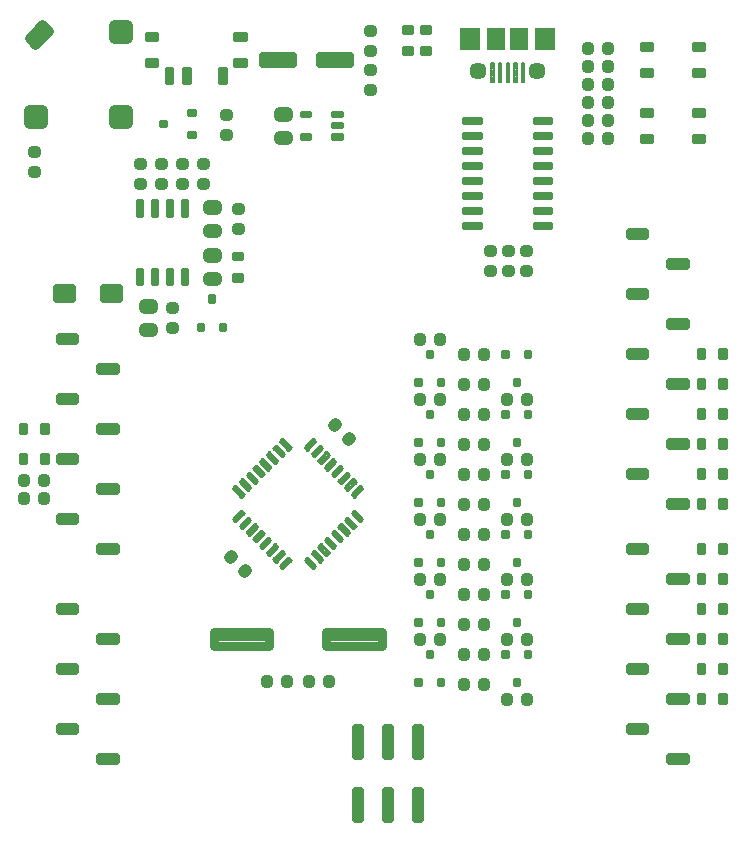
<source format=gtp>
G75*
%MOIN*%
%OFA0B0*%
%FSLAX25Y25*%
%IPPOS*%
%LPD*%
%AMOC8*
5,1,8,0,0,1.08239X$1,22.5*
%
%ADD10C,0.01100*%
%ADD11C,0.02953*%
%ADD12C,0.03937*%
%ADD13C,0.01969*%
%ADD14C,0.01181*%
%ADD15C,0.01575*%
%ADD16C,0.00787*%
%ADD17R,0.05906X0.07480*%
%ADD18R,0.07087X0.07480*%
%ADD19C,0.05700*%
%ADD20C,0.03150*%
%ADD21C,0.01673*%
%ADD22C,0.02559*%
%ADD23C,0.03543*%
%ADD24C,0.01378*%
%ADD25C,0.02520*%
D10*
X0107356Y0175988D02*
X0110112Y0178744D01*
X0107356Y0175988D02*
X0106578Y0176766D01*
X0109334Y0179522D01*
X0110112Y0178744D01*
X0108455Y0177087D02*
X0106899Y0177087D01*
X0107998Y0178186D02*
X0109554Y0178186D01*
X0109571Y0179285D02*
X0109097Y0179285D01*
X0107885Y0180971D02*
X0105129Y0178215D01*
X0104351Y0178993D01*
X0107107Y0181749D01*
X0107885Y0180971D01*
X0106228Y0179314D02*
X0104672Y0179314D01*
X0105771Y0180413D02*
X0107327Y0180413D01*
X0107344Y0181512D02*
X0106870Y0181512D01*
X0105658Y0183198D02*
X0102902Y0180442D01*
X0102124Y0181220D01*
X0104880Y0183976D01*
X0105658Y0183198D01*
X0104001Y0181541D02*
X0102445Y0181541D01*
X0103544Y0182640D02*
X0105100Y0182640D01*
X0105117Y0183739D02*
X0104643Y0183739D01*
X0103430Y0185425D02*
X0100674Y0182669D01*
X0099896Y0183447D01*
X0102652Y0186203D01*
X0103430Y0185425D01*
X0101773Y0183768D02*
X0100217Y0183768D01*
X0101316Y0184867D02*
X0102872Y0184867D01*
X0102889Y0185966D02*
X0102415Y0185966D01*
X0101203Y0187652D02*
X0098447Y0184896D01*
X0097669Y0185674D01*
X0100425Y0188430D01*
X0101203Y0187652D01*
X0099546Y0185995D02*
X0097990Y0185995D01*
X0099089Y0187094D02*
X0100645Y0187094D01*
X0100662Y0188193D02*
X0100188Y0188193D01*
X0098976Y0189880D02*
X0096220Y0187124D01*
X0095442Y0187902D01*
X0098198Y0190658D01*
X0098976Y0189880D01*
X0097319Y0188223D02*
X0095763Y0188223D01*
X0096862Y0189322D02*
X0098418Y0189322D01*
X0098435Y0190421D02*
X0097961Y0190421D01*
X0096749Y0192107D02*
X0093993Y0189351D01*
X0093215Y0190129D01*
X0095971Y0192885D01*
X0096749Y0192107D01*
X0095092Y0190450D02*
X0093536Y0190450D01*
X0094635Y0191549D02*
X0096191Y0191549D01*
X0096208Y0192648D02*
X0095734Y0192648D01*
X0094522Y0194334D02*
X0091766Y0191578D01*
X0090988Y0192356D01*
X0093744Y0195112D01*
X0094522Y0194334D01*
X0092865Y0192677D02*
X0091309Y0192677D01*
X0092408Y0193776D02*
X0093964Y0193776D01*
X0093981Y0194875D02*
X0093507Y0194875D01*
X0093744Y0199888D02*
X0094522Y0200666D01*
X0093744Y0199888D02*
X0090988Y0202644D01*
X0091766Y0203422D01*
X0094522Y0200666D01*
X0094201Y0200987D02*
X0092645Y0200987D01*
X0093102Y0202086D02*
X0091546Y0202086D01*
X0091529Y0203185D02*
X0092003Y0203185D01*
X0095971Y0202115D02*
X0096749Y0202893D01*
X0095971Y0202115D02*
X0093215Y0204871D01*
X0093993Y0205649D01*
X0096749Y0202893D01*
X0096428Y0203214D02*
X0094872Y0203214D01*
X0095329Y0204313D02*
X0093773Y0204313D01*
X0093756Y0205412D02*
X0094230Y0205412D01*
X0098198Y0204342D02*
X0098976Y0205120D01*
X0098198Y0204342D02*
X0095442Y0207098D01*
X0096220Y0207876D01*
X0098976Y0205120D01*
X0098655Y0205441D02*
X0097099Y0205441D01*
X0097556Y0206540D02*
X0096000Y0206540D01*
X0095983Y0207639D02*
X0096457Y0207639D01*
X0100425Y0206570D02*
X0101203Y0207348D01*
X0100425Y0206570D02*
X0097669Y0209326D01*
X0098447Y0210104D01*
X0101203Y0207348D01*
X0100882Y0207669D02*
X0099326Y0207669D01*
X0099783Y0208768D02*
X0098227Y0208768D01*
X0098210Y0209867D02*
X0098684Y0209867D01*
X0102652Y0208797D02*
X0103430Y0209575D01*
X0102652Y0208797D02*
X0099896Y0211553D01*
X0100674Y0212331D01*
X0103430Y0209575D01*
X0103109Y0209896D02*
X0101553Y0209896D01*
X0102010Y0210995D02*
X0100454Y0210995D01*
X0100437Y0212094D02*
X0100911Y0212094D01*
X0104880Y0211024D02*
X0105658Y0211802D01*
X0104880Y0211024D02*
X0102124Y0213780D01*
X0102902Y0214558D01*
X0105658Y0211802D01*
X0105337Y0212123D02*
X0103781Y0212123D01*
X0104238Y0213222D02*
X0102682Y0213222D01*
X0102665Y0214321D02*
X0103139Y0214321D01*
X0107107Y0213251D02*
X0107885Y0214029D01*
X0107107Y0213251D02*
X0104351Y0216007D01*
X0105129Y0216785D01*
X0107885Y0214029D01*
X0107564Y0214350D02*
X0106008Y0214350D01*
X0106465Y0215449D02*
X0104909Y0215449D01*
X0104892Y0216548D02*
X0105366Y0216548D01*
X0109334Y0215478D02*
X0110112Y0216256D01*
X0109334Y0215478D02*
X0106578Y0218234D01*
X0107356Y0219012D01*
X0110112Y0216256D01*
X0109791Y0216577D02*
X0108235Y0216577D01*
X0108692Y0217676D02*
X0107136Y0217676D01*
X0107119Y0218775D02*
X0107593Y0218775D01*
X0115666Y0215478D02*
X0118422Y0218234D01*
X0115666Y0215478D02*
X0114888Y0216256D01*
X0117644Y0219012D01*
X0118422Y0218234D01*
X0116765Y0216577D02*
X0115209Y0216577D01*
X0116308Y0217676D02*
X0117864Y0217676D01*
X0117881Y0218775D02*
X0117407Y0218775D01*
X0120649Y0216007D02*
X0117893Y0213251D01*
X0117115Y0214029D01*
X0119871Y0216785D01*
X0120649Y0216007D01*
X0118992Y0214350D02*
X0117436Y0214350D01*
X0118535Y0215449D02*
X0120091Y0215449D01*
X0120108Y0216548D02*
X0119634Y0216548D01*
X0122876Y0213780D02*
X0120120Y0211024D01*
X0119342Y0211802D01*
X0122098Y0214558D01*
X0122876Y0213780D01*
X0121219Y0212123D02*
X0119663Y0212123D01*
X0120762Y0213222D02*
X0122318Y0213222D01*
X0122335Y0214321D02*
X0121861Y0214321D01*
X0125104Y0211553D02*
X0122348Y0208797D01*
X0121570Y0209575D01*
X0124326Y0212331D01*
X0125104Y0211553D01*
X0123447Y0209896D02*
X0121891Y0209896D01*
X0122990Y0210995D02*
X0124546Y0210995D01*
X0124563Y0212094D02*
X0124089Y0212094D01*
X0127331Y0209326D02*
X0124575Y0206570D01*
X0123797Y0207348D01*
X0126553Y0210104D01*
X0127331Y0209326D01*
X0125674Y0207669D02*
X0124118Y0207669D01*
X0125217Y0208768D02*
X0126773Y0208768D01*
X0126790Y0209867D02*
X0126316Y0209867D01*
X0129558Y0207098D02*
X0126802Y0204342D01*
X0126024Y0205120D01*
X0128780Y0207876D01*
X0129558Y0207098D01*
X0127901Y0205441D02*
X0126345Y0205441D01*
X0127444Y0206540D02*
X0129000Y0206540D01*
X0129017Y0207639D02*
X0128543Y0207639D01*
X0131785Y0204871D02*
X0129029Y0202115D01*
X0128251Y0202893D01*
X0131007Y0205649D01*
X0131785Y0204871D01*
X0130128Y0203214D02*
X0128572Y0203214D01*
X0129671Y0204313D02*
X0131227Y0204313D01*
X0131244Y0205412D02*
X0130770Y0205412D01*
X0134012Y0202644D02*
X0131256Y0199888D01*
X0130478Y0200666D01*
X0133234Y0203422D01*
X0134012Y0202644D01*
X0132355Y0200987D02*
X0130799Y0200987D01*
X0131898Y0202086D02*
X0133454Y0202086D01*
X0133471Y0203185D02*
X0132997Y0203185D01*
X0134012Y0192356D02*
X0133234Y0191578D01*
X0130478Y0194334D01*
X0131256Y0195112D01*
X0134012Y0192356D01*
X0133691Y0192677D02*
X0132135Y0192677D01*
X0132592Y0193776D02*
X0131036Y0193776D01*
X0131019Y0194875D02*
X0131493Y0194875D01*
X0131785Y0190129D02*
X0131007Y0189351D01*
X0128251Y0192107D01*
X0129029Y0192885D01*
X0131785Y0190129D01*
X0131464Y0190450D02*
X0129908Y0190450D01*
X0130365Y0191549D02*
X0128809Y0191549D01*
X0128792Y0192648D02*
X0129266Y0192648D01*
X0129558Y0187902D02*
X0128780Y0187124D01*
X0126024Y0189880D01*
X0126802Y0190658D01*
X0129558Y0187902D01*
X0129237Y0188223D02*
X0127681Y0188223D01*
X0128138Y0189322D02*
X0126582Y0189322D01*
X0126565Y0190421D02*
X0127039Y0190421D01*
X0127331Y0185674D02*
X0126553Y0184896D01*
X0123797Y0187652D01*
X0124575Y0188430D01*
X0127331Y0185674D01*
X0127010Y0185995D02*
X0125454Y0185995D01*
X0125911Y0187094D02*
X0124355Y0187094D01*
X0124338Y0188193D02*
X0124812Y0188193D01*
X0125104Y0183447D02*
X0124326Y0182669D01*
X0121570Y0185425D01*
X0122348Y0186203D01*
X0125104Y0183447D01*
X0124783Y0183768D02*
X0123227Y0183768D01*
X0123684Y0184867D02*
X0122128Y0184867D01*
X0122111Y0185966D02*
X0122585Y0185966D01*
X0122876Y0181220D02*
X0122098Y0180442D01*
X0119342Y0183198D01*
X0120120Y0183976D01*
X0122876Y0181220D01*
X0122555Y0181541D02*
X0120999Y0181541D01*
X0121456Y0182640D02*
X0119900Y0182640D01*
X0119883Y0183739D02*
X0120357Y0183739D01*
X0120649Y0178993D02*
X0119871Y0178215D01*
X0117115Y0180971D01*
X0117893Y0181749D01*
X0120649Y0178993D01*
X0120328Y0179314D02*
X0118772Y0179314D01*
X0119229Y0180413D02*
X0117673Y0180413D01*
X0117656Y0181512D02*
X0118130Y0181512D01*
X0118422Y0176766D02*
X0117644Y0175988D01*
X0114888Y0178744D01*
X0115666Y0179522D01*
X0118422Y0176766D01*
X0118101Y0177087D02*
X0116545Y0177087D01*
X0117002Y0178186D02*
X0115446Y0178186D01*
X0115429Y0179285D02*
X0115903Y0179285D01*
D11*
X0094727Y0174299D02*
X0094031Y0174995D01*
X0095005Y0175969D01*
X0095701Y0175273D01*
X0094727Y0174299D01*
X0089995Y0179031D02*
X0089299Y0179727D01*
X0090273Y0180701D01*
X0090969Y0180005D01*
X0089995Y0179031D01*
X0130201Y0219273D02*
X0129505Y0219969D01*
X0130201Y0219273D02*
X0129227Y0218299D01*
X0128531Y0218995D01*
X0129505Y0219969D01*
X0125469Y0224005D02*
X0124773Y0224701D01*
X0125469Y0224005D02*
X0124495Y0223031D01*
X0123799Y0223727D01*
X0124773Y0224701D01*
X0152662Y0231811D02*
X0153646Y0231811D01*
X0152662Y0231811D02*
X0152662Y0233189D01*
X0153646Y0233189D01*
X0153646Y0231811D01*
X0159354Y0231811D02*
X0160338Y0231811D01*
X0159354Y0231811D02*
X0159354Y0233189D01*
X0160338Y0233189D01*
X0160338Y0231811D01*
X0167162Y0226811D02*
X0168146Y0226811D01*
X0167162Y0226811D02*
X0167162Y0228189D01*
X0168146Y0228189D01*
X0168146Y0226811D01*
X0173854Y0226811D02*
X0174838Y0226811D01*
X0173854Y0226811D02*
X0173854Y0228189D01*
X0174838Y0228189D01*
X0174838Y0226811D01*
X0181662Y0233189D02*
X0182646Y0233189D01*
X0182646Y0231811D01*
X0181662Y0231811D01*
X0181662Y0233189D01*
X0174838Y0238189D02*
X0173854Y0238189D01*
X0174838Y0238189D02*
X0174838Y0236811D01*
X0173854Y0236811D01*
X0173854Y0238189D01*
X0168146Y0238189D02*
X0167162Y0238189D01*
X0168146Y0238189D02*
X0168146Y0236811D01*
X0167162Y0236811D01*
X0167162Y0238189D01*
X0167162Y0246811D02*
X0168146Y0246811D01*
X0167162Y0246811D02*
X0167162Y0248189D01*
X0168146Y0248189D01*
X0168146Y0246811D01*
X0173854Y0246811D02*
X0174838Y0246811D01*
X0173854Y0246811D02*
X0173854Y0248189D01*
X0174838Y0248189D01*
X0174838Y0246811D01*
X0160338Y0251811D02*
X0159354Y0251811D01*
X0159354Y0253189D01*
X0160338Y0253189D01*
X0160338Y0251811D01*
X0153646Y0251811D02*
X0152662Y0251811D01*
X0152662Y0253189D01*
X0153646Y0253189D01*
X0153646Y0251811D01*
X0177189Y0274662D02*
X0177189Y0275646D01*
X0177189Y0274662D02*
X0175811Y0274662D01*
X0175811Y0275646D01*
X0177189Y0275646D01*
X0183189Y0275646D02*
X0183189Y0274662D01*
X0181811Y0274662D01*
X0181811Y0275646D01*
X0183189Y0275646D01*
X0189189Y0275646D02*
X0189189Y0274662D01*
X0187811Y0274662D01*
X0187811Y0275646D01*
X0189189Y0275646D01*
X0189189Y0281354D02*
X0189189Y0282338D01*
X0189189Y0281354D02*
X0187811Y0281354D01*
X0187811Y0282338D01*
X0189189Y0282338D01*
X0183189Y0282338D02*
X0183189Y0281354D01*
X0181811Y0281354D01*
X0181811Y0282338D01*
X0183189Y0282338D01*
X0177189Y0282338D02*
X0177189Y0281354D01*
X0175811Y0281354D01*
X0175811Y0282338D01*
X0177189Y0282338D01*
X0208662Y0318811D02*
X0209646Y0318811D01*
X0208662Y0318811D02*
X0208662Y0320189D01*
X0209646Y0320189D01*
X0209646Y0318811D01*
X0215354Y0318811D02*
X0216338Y0318811D01*
X0215354Y0318811D02*
X0215354Y0320189D01*
X0216338Y0320189D01*
X0216338Y0318811D01*
X0216338Y0326189D02*
X0215354Y0326189D01*
X0216338Y0326189D02*
X0216338Y0324811D01*
X0215354Y0324811D01*
X0215354Y0326189D01*
X0215354Y0330811D02*
X0216338Y0330811D01*
X0215354Y0330811D02*
X0215354Y0332189D01*
X0216338Y0332189D01*
X0216338Y0330811D01*
X0209646Y0330811D02*
X0208662Y0330811D01*
X0208662Y0332189D01*
X0209646Y0332189D01*
X0209646Y0330811D01*
X0209646Y0326189D02*
X0208662Y0326189D01*
X0209646Y0326189D02*
X0209646Y0324811D01*
X0208662Y0324811D01*
X0208662Y0326189D01*
X0208662Y0336811D02*
X0209646Y0336811D01*
X0208662Y0336811D02*
X0208662Y0338189D01*
X0209646Y0338189D01*
X0209646Y0336811D01*
X0215354Y0336811D02*
X0216338Y0336811D01*
X0215354Y0336811D02*
X0215354Y0338189D01*
X0216338Y0338189D01*
X0216338Y0336811D01*
X0216338Y0342811D02*
X0215354Y0342811D01*
X0215354Y0344189D01*
X0216338Y0344189D01*
X0216338Y0342811D01*
X0209646Y0342811D02*
X0208662Y0342811D01*
X0208662Y0344189D01*
X0209646Y0344189D01*
X0209646Y0342811D01*
X0209646Y0350189D02*
X0208662Y0350189D01*
X0209646Y0350189D02*
X0209646Y0348811D01*
X0208662Y0348811D01*
X0208662Y0350189D01*
X0215354Y0350189D02*
X0216338Y0350189D01*
X0216338Y0348811D01*
X0215354Y0348811D01*
X0215354Y0350189D01*
X0135811Y0349146D02*
X0135811Y0348162D01*
X0135811Y0349146D02*
X0137189Y0349146D01*
X0137189Y0348162D01*
X0135811Y0348162D01*
X0135811Y0354854D02*
X0135811Y0355838D01*
X0137189Y0355838D01*
X0137189Y0354854D01*
X0135811Y0354854D01*
X0137189Y0342838D02*
X0137189Y0341854D01*
X0135811Y0341854D01*
X0135811Y0342838D01*
X0137189Y0342838D01*
X0137189Y0336146D02*
X0137189Y0335162D01*
X0135811Y0335162D01*
X0135811Y0336146D01*
X0137189Y0336146D01*
X0089189Y0327838D02*
X0089189Y0326854D01*
X0087811Y0326854D01*
X0087811Y0327838D01*
X0089189Y0327838D01*
X0089189Y0321146D02*
X0089189Y0320162D01*
X0087811Y0320162D01*
X0087811Y0321146D01*
X0089189Y0321146D01*
X0081689Y0311338D02*
X0081689Y0310354D01*
X0080311Y0310354D01*
X0080311Y0311338D01*
X0081689Y0311338D01*
X0074689Y0311338D02*
X0074689Y0310354D01*
X0073311Y0310354D01*
X0073311Y0311338D01*
X0074689Y0311338D01*
X0074689Y0304646D02*
X0074689Y0303662D01*
X0073311Y0303662D01*
X0073311Y0304646D01*
X0074689Y0304646D01*
X0081689Y0304646D02*
X0081689Y0303662D01*
X0080311Y0303662D01*
X0080311Y0304646D01*
X0081689Y0304646D01*
X0091811Y0296338D02*
X0091811Y0295354D01*
X0091811Y0296338D02*
X0093189Y0296338D01*
X0093189Y0295354D01*
X0091811Y0295354D01*
X0091811Y0289646D02*
X0091811Y0288662D01*
X0091811Y0289646D02*
X0093189Y0289646D01*
X0093189Y0288662D01*
X0091811Y0288662D01*
X0067689Y0303662D02*
X0067689Y0304646D01*
X0067689Y0303662D02*
X0066311Y0303662D01*
X0066311Y0304646D01*
X0067689Y0304646D01*
X0067689Y0310354D02*
X0067689Y0311338D01*
X0067689Y0310354D02*
X0066311Y0310354D01*
X0066311Y0311338D01*
X0067689Y0311338D01*
X0059311Y0311338D02*
X0059311Y0310354D01*
X0059311Y0311338D02*
X0060689Y0311338D01*
X0060689Y0310354D01*
X0059311Y0310354D01*
X0059311Y0304646D02*
X0059311Y0303662D01*
X0059311Y0304646D02*
X0060689Y0304646D01*
X0060689Y0303662D01*
X0059311Y0303662D01*
X0023811Y0307662D02*
X0023811Y0308646D01*
X0025189Y0308646D01*
X0025189Y0307662D01*
X0023811Y0307662D01*
X0023811Y0314354D02*
X0023811Y0315338D01*
X0025189Y0315338D01*
X0025189Y0314354D01*
X0023811Y0314354D01*
X0022773Y0352634D02*
X0027366Y0357227D01*
X0029455Y0355138D01*
X0024862Y0350545D01*
X0022773Y0352634D01*
X0023636Y0353497D02*
X0027814Y0353497D01*
X0028144Y0356449D02*
X0026588Y0356449D01*
X0069811Y0263338D02*
X0069811Y0262354D01*
X0069811Y0263338D02*
X0071189Y0263338D01*
X0071189Y0262354D01*
X0069811Y0262354D01*
X0069811Y0256646D02*
X0069811Y0255662D01*
X0069811Y0256646D02*
X0071189Y0256646D01*
X0071189Y0255662D01*
X0069811Y0255662D01*
X0028338Y0204811D02*
X0027354Y0204811D01*
X0027354Y0206189D01*
X0028338Y0206189D01*
X0028338Y0204811D01*
X0021646Y0204811D02*
X0020662Y0204811D01*
X0020662Y0206189D01*
X0021646Y0206189D01*
X0021646Y0204811D01*
X0021646Y0198811D02*
X0020662Y0198811D01*
X0020662Y0200189D01*
X0021646Y0200189D01*
X0021646Y0198811D01*
X0027354Y0198811D02*
X0028338Y0198811D01*
X0027354Y0198811D02*
X0027354Y0200189D01*
X0028338Y0200189D01*
X0028338Y0198811D01*
X0101662Y0137811D02*
X0102646Y0137811D01*
X0101662Y0137811D02*
X0101662Y0139189D01*
X0102646Y0139189D01*
X0102646Y0137811D01*
X0108354Y0137811D02*
X0109338Y0137811D01*
X0108354Y0137811D02*
X0108354Y0139189D01*
X0109338Y0139189D01*
X0109338Y0137811D01*
X0115662Y0139189D02*
X0116646Y0139189D01*
X0116646Y0137811D01*
X0115662Y0137811D01*
X0115662Y0139189D01*
X0122354Y0139189D02*
X0123338Y0139189D01*
X0123338Y0137811D01*
X0122354Y0137811D01*
X0122354Y0139189D01*
X0152662Y0151811D02*
X0153646Y0151811D01*
X0152662Y0151811D02*
X0152662Y0153189D01*
X0153646Y0153189D01*
X0153646Y0151811D01*
X0159354Y0151811D02*
X0160338Y0151811D01*
X0159354Y0151811D02*
X0159354Y0153189D01*
X0160338Y0153189D01*
X0160338Y0151811D01*
X0167162Y0146811D02*
X0168146Y0146811D01*
X0167162Y0146811D02*
X0167162Y0148189D01*
X0168146Y0148189D01*
X0168146Y0146811D01*
X0173854Y0146811D02*
X0174838Y0146811D01*
X0173854Y0146811D02*
X0173854Y0148189D01*
X0174838Y0148189D01*
X0174838Y0146811D01*
X0181662Y0153189D02*
X0182646Y0153189D01*
X0182646Y0151811D01*
X0181662Y0151811D01*
X0181662Y0153189D01*
X0174838Y0158189D02*
X0173854Y0158189D01*
X0174838Y0158189D02*
X0174838Y0156811D01*
X0173854Y0156811D01*
X0173854Y0158189D01*
X0168146Y0158189D02*
X0167162Y0158189D01*
X0168146Y0158189D02*
X0168146Y0156811D01*
X0167162Y0156811D01*
X0167162Y0158189D01*
X0167162Y0166811D02*
X0168146Y0166811D01*
X0167162Y0166811D02*
X0167162Y0168189D01*
X0168146Y0168189D01*
X0168146Y0166811D01*
X0173854Y0166811D02*
X0174838Y0166811D01*
X0173854Y0166811D02*
X0173854Y0168189D01*
X0174838Y0168189D01*
X0174838Y0166811D01*
X0181662Y0173189D02*
X0182646Y0173189D01*
X0182646Y0171811D01*
X0181662Y0171811D01*
X0181662Y0173189D01*
X0174838Y0178189D02*
X0173854Y0178189D01*
X0174838Y0178189D02*
X0174838Y0176811D01*
X0173854Y0176811D01*
X0173854Y0178189D01*
X0168146Y0178189D02*
X0167162Y0178189D01*
X0168146Y0178189D02*
X0168146Y0176811D01*
X0167162Y0176811D01*
X0167162Y0178189D01*
X0160338Y0171811D02*
X0159354Y0171811D01*
X0159354Y0173189D01*
X0160338Y0173189D01*
X0160338Y0171811D01*
X0153646Y0171811D02*
X0152662Y0171811D01*
X0152662Y0173189D01*
X0153646Y0173189D01*
X0153646Y0171811D01*
X0167162Y0186811D02*
X0168146Y0186811D01*
X0167162Y0186811D02*
X0167162Y0188189D01*
X0168146Y0188189D01*
X0168146Y0186811D01*
X0173854Y0186811D02*
X0174838Y0186811D01*
X0173854Y0186811D02*
X0173854Y0188189D01*
X0174838Y0188189D01*
X0174838Y0186811D01*
X0181662Y0193189D02*
X0182646Y0193189D01*
X0182646Y0191811D01*
X0181662Y0191811D01*
X0181662Y0193189D01*
X0174838Y0198189D02*
X0173854Y0198189D01*
X0174838Y0198189D02*
X0174838Y0196811D01*
X0173854Y0196811D01*
X0173854Y0198189D01*
X0168146Y0198189D02*
X0167162Y0198189D01*
X0168146Y0198189D02*
X0168146Y0196811D01*
X0167162Y0196811D01*
X0167162Y0198189D01*
X0160338Y0191811D02*
X0159354Y0191811D01*
X0159354Y0193189D01*
X0160338Y0193189D01*
X0160338Y0191811D01*
X0153646Y0191811D02*
X0152662Y0191811D01*
X0152662Y0193189D01*
X0153646Y0193189D01*
X0153646Y0191811D01*
X0167162Y0206811D02*
X0168146Y0206811D01*
X0167162Y0206811D02*
X0167162Y0208189D01*
X0168146Y0208189D01*
X0168146Y0206811D01*
X0173854Y0206811D02*
X0174838Y0206811D01*
X0173854Y0206811D02*
X0173854Y0208189D01*
X0174838Y0208189D01*
X0174838Y0206811D01*
X0181662Y0213189D02*
X0182646Y0213189D01*
X0182646Y0211811D01*
X0181662Y0211811D01*
X0181662Y0213189D01*
X0174838Y0218189D02*
X0173854Y0218189D01*
X0174838Y0218189D02*
X0174838Y0216811D01*
X0173854Y0216811D01*
X0173854Y0218189D01*
X0168146Y0218189D02*
X0167162Y0218189D01*
X0168146Y0218189D02*
X0168146Y0216811D01*
X0167162Y0216811D01*
X0167162Y0218189D01*
X0160338Y0211811D02*
X0159354Y0211811D01*
X0159354Y0213189D01*
X0160338Y0213189D01*
X0160338Y0211811D01*
X0153646Y0211811D02*
X0152662Y0211811D01*
X0152662Y0213189D01*
X0153646Y0213189D01*
X0153646Y0211811D01*
X0188354Y0213189D02*
X0189338Y0213189D01*
X0189338Y0211811D01*
X0188354Y0211811D01*
X0188354Y0213189D01*
X0188354Y0233189D02*
X0189338Y0233189D01*
X0189338Y0231811D01*
X0188354Y0231811D01*
X0188354Y0233189D01*
X0188354Y0193189D02*
X0189338Y0193189D01*
X0189338Y0191811D01*
X0188354Y0191811D01*
X0188354Y0193189D01*
X0188354Y0173189D02*
X0189338Y0173189D01*
X0189338Y0171811D01*
X0188354Y0171811D01*
X0188354Y0173189D01*
X0188354Y0153189D02*
X0189338Y0153189D01*
X0189338Y0151811D01*
X0188354Y0151811D01*
X0188354Y0153189D01*
X0174838Y0138189D02*
X0173854Y0138189D01*
X0174838Y0138189D02*
X0174838Y0136811D01*
X0173854Y0136811D01*
X0173854Y0138189D01*
X0168146Y0138189D02*
X0167162Y0138189D01*
X0168146Y0138189D02*
X0168146Y0136811D01*
X0167162Y0136811D01*
X0167162Y0138189D01*
X0181662Y0133189D02*
X0182646Y0133189D01*
X0182646Y0131811D01*
X0181662Y0131811D01*
X0181662Y0133189D01*
X0188354Y0133189D02*
X0189338Y0133189D01*
X0189338Y0131811D01*
X0188354Y0131811D01*
X0188354Y0133189D01*
D12*
X0055642Y0324358D02*
X0055642Y0328296D01*
X0055642Y0324358D02*
X0051704Y0324358D01*
X0051704Y0328296D01*
X0055642Y0328296D01*
X0055642Y0328294D02*
X0051704Y0328294D01*
X0027296Y0328296D02*
X0027296Y0324358D01*
X0023358Y0324358D01*
X0023358Y0328296D01*
X0027296Y0328296D01*
X0027296Y0328294D02*
X0023358Y0328294D01*
X0055642Y0352704D02*
X0055642Y0356642D01*
X0055642Y0352704D02*
X0051704Y0352704D01*
X0051704Y0356642D01*
X0055642Y0356642D01*
X0055642Y0356640D02*
X0051704Y0356640D01*
D13*
X0131516Y0101909D02*
X0131516Y0092067D01*
X0131516Y0101909D02*
X0133484Y0101909D01*
X0133484Y0092067D01*
X0131516Y0092067D01*
X0131516Y0094035D02*
X0133484Y0094035D01*
X0133484Y0096003D02*
X0131516Y0096003D01*
X0131516Y0097971D02*
X0133484Y0097971D01*
X0133484Y0099939D02*
X0131516Y0099939D01*
X0131516Y0101907D02*
X0133484Y0101907D01*
X0141516Y0101909D02*
X0141516Y0092067D01*
X0141516Y0101909D02*
X0143484Y0101909D01*
X0143484Y0092067D01*
X0141516Y0092067D01*
X0141516Y0094035D02*
X0143484Y0094035D01*
X0143484Y0096003D02*
X0141516Y0096003D01*
X0141516Y0097971D02*
X0143484Y0097971D01*
X0143484Y0099939D02*
X0141516Y0099939D01*
X0141516Y0101907D02*
X0143484Y0101907D01*
X0151516Y0101909D02*
X0151516Y0092067D01*
X0151516Y0101909D02*
X0153484Y0101909D01*
X0153484Y0092067D01*
X0151516Y0092067D01*
X0151516Y0094035D02*
X0153484Y0094035D01*
X0153484Y0096003D02*
X0151516Y0096003D01*
X0151516Y0097971D02*
X0153484Y0097971D01*
X0153484Y0099939D02*
X0151516Y0099939D01*
X0151516Y0101907D02*
X0153484Y0101907D01*
X0151516Y0113091D02*
X0151516Y0122933D01*
X0153484Y0122933D01*
X0153484Y0113091D01*
X0151516Y0113091D01*
X0151516Y0115059D02*
X0153484Y0115059D01*
X0153484Y0117027D02*
X0151516Y0117027D01*
X0151516Y0118995D02*
X0153484Y0118995D01*
X0153484Y0120963D02*
X0151516Y0120963D01*
X0151516Y0122931D02*
X0153484Y0122931D01*
X0141516Y0122933D02*
X0141516Y0113091D01*
X0141516Y0122933D02*
X0143484Y0122933D01*
X0143484Y0113091D01*
X0141516Y0113091D01*
X0141516Y0115059D02*
X0143484Y0115059D01*
X0143484Y0117027D02*
X0141516Y0117027D01*
X0141516Y0118995D02*
X0143484Y0118995D01*
X0143484Y0120963D02*
X0141516Y0120963D01*
X0141516Y0122931D02*
X0143484Y0122931D01*
X0131516Y0122933D02*
X0131516Y0113091D01*
X0131516Y0122933D02*
X0133484Y0122933D01*
X0133484Y0113091D01*
X0131516Y0113091D01*
X0131516Y0115059D02*
X0133484Y0115059D01*
X0133484Y0117027D02*
X0131516Y0117027D01*
X0131516Y0118995D02*
X0133484Y0118995D01*
X0133484Y0120963D02*
X0131516Y0120963D01*
X0131516Y0122931D02*
X0133484Y0122931D01*
X0052146Y0131516D02*
X0046240Y0131516D01*
X0046240Y0133484D01*
X0052146Y0133484D01*
X0052146Y0131516D01*
X0052146Y0133484D02*
X0046240Y0133484D01*
X0038760Y0141516D02*
X0032854Y0141516D01*
X0032854Y0143484D01*
X0038760Y0143484D01*
X0038760Y0141516D01*
X0038760Y0143484D02*
X0032854Y0143484D01*
X0046240Y0151516D02*
X0052146Y0151516D01*
X0046240Y0151516D02*
X0046240Y0153484D01*
X0052146Y0153484D01*
X0052146Y0151516D01*
X0052146Y0153484D02*
X0046240Y0153484D01*
X0038760Y0161516D02*
X0032854Y0161516D01*
X0032854Y0163484D01*
X0038760Y0163484D01*
X0038760Y0161516D01*
X0038760Y0163484D02*
X0032854Y0163484D01*
X0046240Y0181516D02*
X0052146Y0181516D01*
X0046240Y0181516D02*
X0046240Y0183484D01*
X0052146Y0183484D01*
X0052146Y0181516D01*
X0052146Y0183484D02*
X0046240Y0183484D01*
X0038760Y0191516D02*
X0032854Y0191516D01*
X0032854Y0193484D01*
X0038760Y0193484D01*
X0038760Y0191516D01*
X0038760Y0193484D02*
X0032854Y0193484D01*
X0046240Y0201516D02*
X0052146Y0201516D01*
X0046240Y0201516D02*
X0046240Y0203484D01*
X0052146Y0203484D01*
X0052146Y0201516D01*
X0052146Y0203484D02*
X0046240Y0203484D01*
X0038760Y0211516D02*
X0032854Y0211516D01*
X0032854Y0213484D01*
X0038760Y0213484D01*
X0038760Y0211516D01*
X0038760Y0213484D02*
X0032854Y0213484D01*
X0046240Y0221516D02*
X0052146Y0221516D01*
X0046240Y0221516D02*
X0046240Y0223484D01*
X0052146Y0223484D01*
X0052146Y0221516D01*
X0052146Y0223484D02*
X0046240Y0223484D01*
X0038760Y0231516D02*
X0032854Y0231516D01*
X0032854Y0233484D01*
X0038760Y0233484D01*
X0038760Y0231516D01*
X0038760Y0233484D02*
X0032854Y0233484D01*
X0046240Y0241516D02*
X0052146Y0241516D01*
X0046240Y0241516D02*
X0046240Y0243484D01*
X0052146Y0243484D01*
X0052146Y0241516D01*
X0052146Y0243484D02*
X0046240Y0243484D01*
X0038760Y0251516D02*
X0032854Y0251516D01*
X0032854Y0253484D01*
X0038760Y0253484D01*
X0038760Y0251516D01*
X0038760Y0253484D02*
X0032854Y0253484D01*
X0032854Y0121516D02*
X0038760Y0121516D01*
X0032854Y0121516D02*
X0032854Y0123484D01*
X0038760Y0123484D01*
X0038760Y0121516D01*
X0038760Y0123484D02*
X0032854Y0123484D01*
X0046240Y0111516D02*
X0052146Y0111516D01*
X0046240Y0111516D02*
X0046240Y0113484D01*
X0052146Y0113484D01*
X0052146Y0111516D01*
X0052146Y0113484D02*
X0046240Y0113484D01*
X0222854Y0121516D02*
X0228760Y0121516D01*
X0222854Y0121516D02*
X0222854Y0123484D01*
X0228760Y0123484D01*
X0228760Y0121516D01*
X0228760Y0123484D02*
X0222854Y0123484D01*
X0236240Y0131516D02*
X0242146Y0131516D01*
X0236240Y0131516D02*
X0236240Y0133484D01*
X0242146Y0133484D01*
X0242146Y0131516D01*
X0242146Y0133484D02*
X0236240Y0133484D01*
X0228760Y0141516D02*
X0222854Y0141516D01*
X0222854Y0143484D01*
X0228760Y0143484D01*
X0228760Y0141516D01*
X0228760Y0143484D02*
X0222854Y0143484D01*
X0236240Y0151516D02*
X0242146Y0151516D01*
X0236240Y0151516D02*
X0236240Y0153484D01*
X0242146Y0153484D01*
X0242146Y0151516D01*
X0242146Y0153484D02*
X0236240Y0153484D01*
X0228760Y0161516D02*
X0222854Y0161516D01*
X0222854Y0163484D01*
X0228760Y0163484D01*
X0228760Y0161516D01*
X0228760Y0163484D02*
X0222854Y0163484D01*
X0236240Y0171516D02*
X0242146Y0171516D01*
X0236240Y0171516D02*
X0236240Y0173484D01*
X0242146Y0173484D01*
X0242146Y0171516D01*
X0242146Y0173484D02*
X0236240Y0173484D01*
X0228760Y0181516D02*
X0222854Y0181516D01*
X0222854Y0183484D01*
X0228760Y0183484D01*
X0228760Y0181516D01*
X0228760Y0183484D02*
X0222854Y0183484D01*
X0236240Y0196516D02*
X0242146Y0196516D01*
X0236240Y0196516D02*
X0236240Y0198484D01*
X0242146Y0198484D01*
X0242146Y0196516D01*
X0242146Y0198484D02*
X0236240Y0198484D01*
X0228760Y0206516D02*
X0222854Y0206516D01*
X0222854Y0208484D01*
X0228760Y0208484D01*
X0228760Y0206516D01*
X0228760Y0208484D02*
X0222854Y0208484D01*
X0236240Y0216516D02*
X0242146Y0216516D01*
X0236240Y0216516D02*
X0236240Y0218484D01*
X0242146Y0218484D01*
X0242146Y0216516D01*
X0242146Y0218484D02*
X0236240Y0218484D01*
X0228760Y0226516D02*
X0222854Y0226516D01*
X0222854Y0228484D01*
X0228760Y0228484D01*
X0228760Y0226516D01*
X0228760Y0228484D02*
X0222854Y0228484D01*
X0236240Y0236516D02*
X0242146Y0236516D01*
X0236240Y0236516D02*
X0236240Y0238484D01*
X0242146Y0238484D01*
X0242146Y0236516D01*
X0242146Y0238484D02*
X0236240Y0238484D01*
X0228760Y0246516D02*
X0222854Y0246516D01*
X0222854Y0248484D01*
X0228760Y0248484D01*
X0228760Y0246516D01*
X0228760Y0248484D02*
X0222854Y0248484D01*
X0236240Y0256516D02*
X0242146Y0256516D01*
X0236240Y0256516D02*
X0236240Y0258484D01*
X0242146Y0258484D01*
X0242146Y0256516D01*
X0242146Y0258484D02*
X0236240Y0258484D01*
X0228760Y0266516D02*
X0222854Y0266516D01*
X0222854Y0268484D01*
X0228760Y0268484D01*
X0228760Y0266516D01*
X0228760Y0268484D02*
X0222854Y0268484D01*
X0236240Y0276516D02*
X0242146Y0276516D01*
X0236240Y0276516D02*
X0236240Y0278484D01*
X0242146Y0278484D01*
X0242146Y0276516D01*
X0242146Y0278484D02*
X0236240Y0278484D01*
X0228760Y0286516D02*
X0222854Y0286516D01*
X0222854Y0288484D01*
X0228760Y0288484D01*
X0228760Y0286516D01*
X0228760Y0288484D02*
X0222854Y0288484D01*
X0236240Y0111516D02*
X0242146Y0111516D01*
X0236240Y0111516D02*
X0236240Y0113484D01*
X0242146Y0113484D01*
X0242146Y0111516D01*
X0242146Y0113484D02*
X0236240Y0113484D01*
D14*
X0075591Y0270720D02*
X0074409Y0270720D01*
X0074409Y0275446D01*
X0075591Y0275446D01*
X0075591Y0270720D01*
X0075591Y0271900D02*
X0074409Y0271900D01*
X0074409Y0273080D02*
X0075591Y0273080D01*
X0075591Y0274260D02*
X0074409Y0274260D01*
X0074409Y0275440D02*
X0075591Y0275440D01*
X0070591Y0270720D02*
X0069409Y0270720D01*
X0069409Y0275446D01*
X0070591Y0275446D01*
X0070591Y0270720D01*
X0070591Y0271900D02*
X0069409Y0271900D01*
X0069409Y0273080D02*
X0070591Y0273080D01*
X0070591Y0274260D02*
X0069409Y0274260D01*
X0069409Y0275440D02*
X0070591Y0275440D01*
X0065591Y0270720D02*
X0064409Y0270720D01*
X0064409Y0275446D01*
X0065591Y0275446D01*
X0065591Y0270720D01*
X0065591Y0271900D02*
X0064409Y0271900D01*
X0064409Y0273080D02*
X0065591Y0273080D01*
X0065591Y0274260D02*
X0064409Y0274260D01*
X0064409Y0275440D02*
X0065591Y0275440D01*
X0060591Y0270720D02*
X0059409Y0270720D01*
X0059409Y0275446D01*
X0060591Y0275446D01*
X0060591Y0270720D01*
X0060591Y0271900D02*
X0059409Y0271900D01*
X0059409Y0273080D02*
X0060591Y0273080D01*
X0060591Y0274260D02*
X0059409Y0274260D01*
X0059409Y0275440D02*
X0060591Y0275440D01*
X0060591Y0293554D02*
X0059409Y0293554D01*
X0059409Y0298280D01*
X0060591Y0298280D01*
X0060591Y0293554D01*
X0060591Y0294734D02*
X0059409Y0294734D01*
X0059409Y0295914D02*
X0060591Y0295914D01*
X0060591Y0297094D02*
X0059409Y0297094D01*
X0059409Y0298274D02*
X0060591Y0298274D01*
X0064409Y0293554D02*
X0065591Y0293554D01*
X0064409Y0293554D02*
X0064409Y0298280D01*
X0065591Y0298280D01*
X0065591Y0293554D01*
X0065591Y0294734D02*
X0064409Y0294734D01*
X0064409Y0295914D02*
X0065591Y0295914D01*
X0065591Y0297094D02*
X0064409Y0297094D01*
X0064409Y0298274D02*
X0065591Y0298274D01*
X0069409Y0293554D02*
X0070591Y0293554D01*
X0069409Y0293554D02*
X0069409Y0298280D01*
X0070591Y0298280D01*
X0070591Y0293554D01*
X0070591Y0294734D02*
X0069409Y0294734D01*
X0069409Y0295914D02*
X0070591Y0295914D01*
X0070591Y0297094D02*
X0069409Y0297094D01*
X0069409Y0298274D02*
X0070591Y0298274D01*
X0074409Y0293554D02*
X0075591Y0293554D01*
X0074409Y0293554D02*
X0074409Y0298280D01*
X0075591Y0298280D01*
X0075591Y0293554D01*
X0075591Y0294734D02*
X0074409Y0294734D01*
X0074409Y0295914D02*
X0075591Y0295914D01*
X0075591Y0297094D02*
X0074409Y0297094D01*
X0074409Y0298274D02*
X0075591Y0298274D01*
X0116563Y0319169D02*
X0116563Y0320351D01*
X0116563Y0319169D02*
X0113807Y0319169D01*
X0113807Y0320351D01*
X0116563Y0320351D01*
X0116563Y0320349D02*
X0113807Y0320349D01*
X0116563Y0326649D02*
X0116563Y0327831D01*
X0116563Y0326649D02*
X0113807Y0326649D01*
X0113807Y0327831D01*
X0116563Y0327831D01*
X0116563Y0327829D02*
X0113807Y0327829D01*
X0127193Y0327831D02*
X0127193Y0326649D01*
X0124437Y0326649D01*
X0124437Y0327831D01*
X0127193Y0327831D01*
X0127193Y0327829D02*
X0124437Y0327829D01*
X0127193Y0324091D02*
X0127193Y0322909D01*
X0124437Y0322909D01*
X0124437Y0324091D01*
X0127193Y0324091D01*
X0127193Y0324089D02*
X0124437Y0324089D01*
X0127193Y0320351D02*
X0127193Y0319169D01*
X0124437Y0319169D01*
X0124437Y0320351D01*
X0127193Y0320351D01*
X0127193Y0320349D02*
X0124437Y0320349D01*
X0167933Y0320591D02*
X0167933Y0319409D01*
X0167933Y0320591D02*
X0173445Y0320591D01*
X0173445Y0319409D01*
X0167933Y0319409D01*
X0167933Y0320589D02*
X0173445Y0320589D01*
X0167933Y0324409D02*
X0167933Y0325591D01*
X0173445Y0325591D01*
X0173445Y0324409D01*
X0167933Y0324409D01*
X0167933Y0325589D02*
X0173445Y0325589D01*
X0167933Y0315591D02*
X0167933Y0314409D01*
X0167933Y0315591D02*
X0173445Y0315591D01*
X0173445Y0314409D01*
X0167933Y0314409D01*
X0167933Y0315589D02*
X0173445Y0315589D01*
X0167933Y0310591D02*
X0167933Y0309409D01*
X0167933Y0310591D02*
X0173445Y0310591D01*
X0173445Y0309409D01*
X0167933Y0309409D01*
X0167933Y0310589D02*
X0173445Y0310589D01*
X0167933Y0305591D02*
X0167933Y0304409D01*
X0167933Y0305591D02*
X0173445Y0305591D01*
X0173445Y0304409D01*
X0167933Y0304409D01*
X0167933Y0305589D02*
X0173445Y0305589D01*
X0167933Y0300591D02*
X0167933Y0299409D01*
X0167933Y0300591D02*
X0173445Y0300591D01*
X0173445Y0299409D01*
X0167933Y0299409D01*
X0167933Y0300589D02*
X0173445Y0300589D01*
X0167933Y0295591D02*
X0167933Y0294409D01*
X0167933Y0295591D02*
X0173445Y0295591D01*
X0173445Y0294409D01*
X0167933Y0294409D01*
X0167933Y0295589D02*
X0173445Y0295589D01*
X0167933Y0290591D02*
X0167933Y0289409D01*
X0167933Y0290591D02*
X0173445Y0290591D01*
X0173445Y0289409D01*
X0167933Y0289409D01*
X0167933Y0290589D02*
X0173445Y0290589D01*
X0191555Y0290591D02*
X0191555Y0289409D01*
X0191555Y0290591D02*
X0197067Y0290591D01*
X0197067Y0289409D01*
X0191555Y0289409D01*
X0191555Y0290589D02*
X0197067Y0290589D01*
X0191555Y0294409D02*
X0191555Y0295591D01*
X0197067Y0295591D01*
X0197067Y0294409D01*
X0191555Y0294409D01*
X0191555Y0295589D02*
X0197067Y0295589D01*
X0191555Y0299409D02*
X0191555Y0300591D01*
X0197067Y0300591D01*
X0197067Y0299409D01*
X0191555Y0299409D01*
X0191555Y0300589D02*
X0197067Y0300589D01*
X0191555Y0304409D02*
X0191555Y0305591D01*
X0197067Y0305591D01*
X0197067Y0304409D01*
X0191555Y0304409D01*
X0191555Y0305589D02*
X0197067Y0305589D01*
X0191555Y0309409D02*
X0191555Y0310591D01*
X0197067Y0310591D01*
X0197067Y0309409D01*
X0191555Y0309409D01*
X0191555Y0310589D02*
X0197067Y0310589D01*
X0191555Y0314409D02*
X0191555Y0315591D01*
X0197067Y0315591D01*
X0197067Y0314409D01*
X0191555Y0314409D01*
X0191555Y0315589D02*
X0197067Y0315589D01*
X0191555Y0319409D02*
X0191555Y0320591D01*
X0197067Y0320591D01*
X0197067Y0319409D01*
X0191555Y0319409D01*
X0191555Y0320589D02*
X0197067Y0320589D01*
X0191555Y0324409D02*
X0191555Y0325591D01*
X0197067Y0325591D01*
X0197067Y0324409D01*
X0191555Y0324409D01*
X0191555Y0325589D02*
X0197067Y0325589D01*
D15*
X0153819Y0347669D02*
X0153819Y0349245D01*
X0156181Y0349245D01*
X0156181Y0347669D01*
X0153819Y0347669D01*
X0153819Y0349243D02*
X0156181Y0349243D01*
X0153819Y0354755D02*
X0153819Y0356331D01*
X0156181Y0356331D01*
X0156181Y0354755D01*
X0153819Y0354755D01*
X0153819Y0356329D02*
X0156181Y0356329D01*
X0147819Y0356331D02*
X0147819Y0354755D01*
X0147819Y0356331D02*
X0150181Y0356331D01*
X0150181Y0354755D01*
X0147819Y0354755D01*
X0147819Y0356329D02*
X0150181Y0356329D01*
X0147819Y0349245D02*
X0147819Y0347669D01*
X0147819Y0349245D02*
X0150181Y0349245D01*
X0150181Y0347669D01*
X0147819Y0347669D01*
X0147819Y0349243D02*
X0150181Y0349243D01*
X0094839Y0354119D02*
X0091689Y0354119D01*
X0094839Y0354119D02*
X0094839Y0352543D01*
X0091689Y0352543D01*
X0091689Y0354119D01*
X0091689Y0354117D02*
X0094839Y0354117D01*
X0094839Y0345457D02*
X0091689Y0345457D01*
X0094839Y0345457D02*
X0094839Y0343881D01*
X0091689Y0343881D01*
X0091689Y0345457D01*
X0091689Y0345455D02*
X0094839Y0345455D01*
X0086570Y0342308D02*
X0086570Y0337976D01*
X0086570Y0342308D02*
X0088146Y0342308D01*
X0088146Y0337976D01*
X0086570Y0337976D01*
X0086570Y0339550D02*
X0088146Y0339550D01*
X0088146Y0341124D02*
X0086570Y0341124D01*
X0074759Y0342308D02*
X0074759Y0337976D01*
X0074759Y0342308D02*
X0076335Y0342308D01*
X0076335Y0337976D01*
X0074759Y0337976D01*
X0074759Y0339550D02*
X0076335Y0339550D01*
X0076335Y0341124D02*
X0074759Y0341124D01*
X0068854Y0342308D02*
X0068854Y0337976D01*
X0068854Y0342308D02*
X0070430Y0342308D01*
X0070430Y0337976D01*
X0068854Y0337976D01*
X0068854Y0339550D02*
X0070430Y0339550D01*
X0070430Y0341124D02*
X0068854Y0341124D01*
X0065311Y0345457D02*
X0062161Y0345457D01*
X0065311Y0345457D02*
X0065311Y0343881D01*
X0062161Y0343881D01*
X0062161Y0345457D01*
X0062161Y0345455D02*
X0065311Y0345455D01*
X0065311Y0354119D02*
X0062161Y0354119D01*
X0065311Y0354119D02*
X0065311Y0352543D01*
X0062161Y0352543D01*
X0062161Y0354119D01*
X0062161Y0354117D02*
X0065311Y0354117D01*
X0093681Y0280831D02*
X0093681Y0279255D01*
X0091319Y0279255D01*
X0091319Y0280831D01*
X0093681Y0280831D01*
X0093681Y0280829D02*
X0091319Y0280829D01*
X0093681Y0273745D02*
X0093681Y0272169D01*
X0091319Y0272169D01*
X0091319Y0273745D01*
X0093681Y0273745D01*
X0093681Y0273743D02*
X0091319Y0273743D01*
X0028831Y0223681D02*
X0027255Y0223681D01*
X0028831Y0223681D02*
X0028831Y0221319D01*
X0027255Y0221319D01*
X0027255Y0223681D01*
X0027255Y0222893D02*
X0028831Y0222893D01*
X0021745Y0223681D02*
X0020169Y0223681D01*
X0021745Y0223681D02*
X0021745Y0221319D01*
X0020169Y0221319D01*
X0020169Y0223681D01*
X0020169Y0222893D02*
X0021745Y0222893D01*
X0021745Y0213681D02*
X0020169Y0213681D01*
X0021745Y0213681D02*
X0021745Y0211319D01*
X0020169Y0211319D01*
X0020169Y0213681D01*
X0020169Y0212893D02*
X0021745Y0212893D01*
X0027255Y0213681D02*
X0028831Y0213681D01*
X0028831Y0211319D01*
X0027255Y0211319D01*
X0027255Y0213681D01*
X0027255Y0212893D02*
X0028831Y0212893D01*
X0246169Y0218681D02*
X0247745Y0218681D01*
X0247745Y0216319D01*
X0246169Y0216319D01*
X0246169Y0218681D01*
X0246169Y0217893D02*
X0247745Y0217893D01*
X0253255Y0218681D02*
X0254831Y0218681D01*
X0254831Y0216319D01*
X0253255Y0216319D01*
X0253255Y0218681D01*
X0253255Y0217893D02*
X0254831Y0217893D01*
X0254831Y0228681D02*
X0253255Y0228681D01*
X0254831Y0228681D02*
X0254831Y0226319D01*
X0253255Y0226319D01*
X0253255Y0228681D01*
X0253255Y0227893D02*
X0254831Y0227893D01*
X0247745Y0228681D02*
X0246169Y0228681D01*
X0247745Y0228681D02*
X0247745Y0226319D01*
X0246169Y0226319D01*
X0246169Y0228681D01*
X0246169Y0227893D02*
X0247745Y0227893D01*
X0247745Y0238681D02*
X0246169Y0238681D01*
X0247745Y0238681D02*
X0247745Y0236319D01*
X0246169Y0236319D01*
X0246169Y0238681D01*
X0246169Y0237893D02*
X0247745Y0237893D01*
X0253255Y0238681D02*
X0254831Y0238681D01*
X0254831Y0236319D01*
X0253255Y0236319D01*
X0253255Y0238681D01*
X0253255Y0237893D02*
X0254831Y0237893D01*
X0254831Y0248681D02*
X0253255Y0248681D01*
X0254831Y0248681D02*
X0254831Y0246319D01*
X0253255Y0246319D01*
X0253255Y0248681D01*
X0253255Y0247893D02*
X0254831Y0247893D01*
X0247745Y0248681D02*
X0246169Y0248681D01*
X0247745Y0248681D02*
X0247745Y0246319D01*
X0246169Y0246319D01*
X0246169Y0248681D01*
X0246169Y0247893D02*
X0247745Y0247893D01*
X0247745Y0208681D02*
X0246169Y0208681D01*
X0247745Y0208681D02*
X0247745Y0206319D01*
X0246169Y0206319D01*
X0246169Y0208681D01*
X0246169Y0207893D02*
X0247745Y0207893D01*
X0253255Y0208681D02*
X0254831Y0208681D01*
X0254831Y0206319D01*
X0253255Y0206319D01*
X0253255Y0208681D01*
X0253255Y0207893D02*
X0254831Y0207893D01*
X0254831Y0198681D02*
X0253255Y0198681D01*
X0254831Y0198681D02*
X0254831Y0196319D01*
X0253255Y0196319D01*
X0253255Y0198681D01*
X0253255Y0197893D02*
X0254831Y0197893D01*
X0247745Y0198681D02*
X0246169Y0198681D01*
X0247745Y0198681D02*
X0247745Y0196319D01*
X0246169Y0196319D01*
X0246169Y0198681D01*
X0246169Y0197893D02*
X0247745Y0197893D01*
X0247745Y0183681D02*
X0246169Y0183681D01*
X0247745Y0183681D02*
X0247745Y0181319D01*
X0246169Y0181319D01*
X0246169Y0183681D01*
X0246169Y0182893D02*
X0247745Y0182893D01*
X0253255Y0183681D02*
X0254831Y0183681D01*
X0254831Y0181319D01*
X0253255Y0181319D01*
X0253255Y0183681D01*
X0253255Y0182893D02*
X0254831Y0182893D01*
X0254831Y0173681D02*
X0253255Y0173681D01*
X0254831Y0173681D02*
X0254831Y0171319D01*
X0253255Y0171319D01*
X0253255Y0173681D01*
X0253255Y0172893D02*
X0254831Y0172893D01*
X0247745Y0173681D02*
X0246169Y0173681D01*
X0247745Y0173681D02*
X0247745Y0171319D01*
X0246169Y0171319D01*
X0246169Y0173681D01*
X0246169Y0172893D02*
X0247745Y0172893D01*
X0247745Y0163681D02*
X0246169Y0163681D01*
X0247745Y0163681D02*
X0247745Y0161319D01*
X0246169Y0161319D01*
X0246169Y0163681D01*
X0246169Y0162893D02*
X0247745Y0162893D01*
X0253255Y0163681D02*
X0254831Y0163681D01*
X0254831Y0161319D01*
X0253255Y0161319D01*
X0253255Y0163681D01*
X0253255Y0162893D02*
X0254831Y0162893D01*
X0254831Y0153681D02*
X0253255Y0153681D01*
X0254831Y0153681D02*
X0254831Y0151319D01*
X0253255Y0151319D01*
X0253255Y0153681D01*
X0253255Y0152893D02*
X0254831Y0152893D01*
X0247745Y0153681D02*
X0246169Y0153681D01*
X0247745Y0153681D02*
X0247745Y0151319D01*
X0246169Y0151319D01*
X0246169Y0153681D01*
X0246169Y0152893D02*
X0247745Y0152893D01*
X0247745Y0143681D02*
X0246169Y0143681D01*
X0247745Y0143681D02*
X0247745Y0141319D01*
X0246169Y0141319D01*
X0246169Y0143681D01*
X0246169Y0142893D02*
X0247745Y0142893D01*
X0253255Y0143681D02*
X0254831Y0143681D01*
X0254831Y0141319D01*
X0253255Y0141319D01*
X0253255Y0143681D01*
X0253255Y0142893D02*
X0254831Y0142893D01*
X0254831Y0133681D02*
X0253255Y0133681D01*
X0254831Y0133681D02*
X0254831Y0131319D01*
X0253255Y0131319D01*
X0253255Y0133681D01*
X0253255Y0132893D02*
X0254831Y0132893D01*
X0247745Y0133681D02*
X0246169Y0133681D01*
X0247745Y0133681D02*
X0247745Y0131319D01*
X0246169Y0131319D01*
X0246169Y0133681D01*
X0246169Y0132893D02*
X0247745Y0132893D01*
D16*
X0188012Y0337933D02*
X0187224Y0337933D01*
X0187224Y0344233D01*
X0188012Y0344233D01*
X0188012Y0337933D01*
X0188012Y0338719D02*
X0187224Y0338719D01*
X0187224Y0339505D02*
X0188012Y0339505D01*
X0188012Y0340291D02*
X0187224Y0340291D01*
X0187224Y0341077D02*
X0188012Y0341077D01*
X0188012Y0341863D02*
X0187224Y0341863D01*
X0187224Y0342649D02*
X0188012Y0342649D01*
X0188012Y0343435D02*
X0187224Y0343435D01*
X0187224Y0344221D02*
X0188012Y0344221D01*
X0185453Y0337933D02*
X0184665Y0337933D01*
X0184665Y0344233D01*
X0185453Y0344233D01*
X0185453Y0337933D01*
X0185453Y0338719D02*
X0184665Y0338719D01*
X0184665Y0339505D02*
X0185453Y0339505D01*
X0185453Y0340291D02*
X0184665Y0340291D01*
X0184665Y0341077D02*
X0185453Y0341077D01*
X0185453Y0341863D02*
X0184665Y0341863D01*
X0184665Y0342649D02*
X0185453Y0342649D01*
X0185453Y0343435D02*
X0184665Y0343435D01*
X0184665Y0344221D02*
X0185453Y0344221D01*
X0182894Y0337933D02*
X0182106Y0337933D01*
X0182106Y0344233D01*
X0182894Y0344233D01*
X0182894Y0337933D01*
X0182894Y0338719D02*
X0182106Y0338719D01*
X0182106Y0339505D02*
X0182894Y0339505D01*
X0182894Y0340291D02*
X0182106Y0340291D01*
X0182106Y0341077D02*
X0182894Y0341077D01*
X0182894Y0341863D02*
X0182106Y0341863D01*
X0182106Y0342649D02*
X0182894Y0342649D01*
X0182894Y0343435D02*
X0182106Y0343435D01*
X0182106Y0344221D02*
X0182894Y0344221D01*
X0180335Y0337933D02*
X0179547Y0337933D01*
X0179547Y0344233D01*
X0180335Y0344233D01*
X0180335Y0337933D01*
X0180335Y0338719D02*
X0179547Y0338719D01*
X0179547Y0339505D02*
X0180335Y0339505D01*
X0180335Y0340291D02*
X0179547Y0340291D01*
X0179547Y0341077D02*
X0180335Y0341077D01*
X0180335Y0341863D02*
X0179547Y0341863D01*
X0179547Y0342649D02*
X0180335Y0342649D01*
X0180335Y0343435D02*
X0179547Y0343435D01*
X0179547Y0344221D02*
X0180335Y0344221D01*
X0177776Y0337933D02*
X0176988Y0337933D01*
X0176988Y0344233D01*
X0177776Y0344233D01*
X0177776Y0337933D01*
X0177776Y0338719D02*
X0176988Y0338719D01*
X0176988Y0339505D02*
X0177776Y0339505D01*
X0177776Y0340291D02*
X0176988Y0340291D01*
X0176988Y0341077D02*
X0177776Y0341077D01*
X0177776Y0341863D02*
X0176988Y0341863D01*
X0176988Y0342649D02*
X0177776Y0342649D01*
X0177776Y0343435D02*
X0176988Y0343435D01*
X0176988Y0344221D02*
X0177776Y0344221D01*
D17*
X0178563Y0352500D03*
X0186437Y0352500D03*
D18*
X0195098Y0352461D03*
X0169902Y0352539D03*
D19*
X0172657Y0341870D03*
X0192343Y0341870D03*
D20*
X0140453Y0150138D02*
X0121949Y0150138D01*
X0121949Y0154862D01*
X0140453Y0154862D01*
X0140453Y0150138D01*
X0140453Y0153287D02*
X0121949Y0153287D01*
X0103051Y0150138D02*
X0084547Y0150138D01*
X0084547Y0154862D01*
X0103051Y0154862D01*
X0103051Y0150138D01*
X0103051Y0153287D02*
X0084547Y0153287D01*
D21*
X0227313Y0320105D02*
X0230365Y0320105D01*
X0230365Y0318431D01*
X0227313Y0318431D01*
X0227313Y0320105D01*
X0227313Y0320103D02*
X0230365Y0320103D01*
X0230365Y0328569D02*
X0227313Y0328569D01*
X0230365Y0328569D02*
X0230365Y0326895D01*
X0227313Y0326895D01*
X0227313Y0328569D01*
X0227313Y0328567D02*
X0230365Y0328567D01*
X0244635Y0328569D02*
X0247687Y0328569D01*
X0247687Y0326895D01*
X0244635Y0326895D01*
X0244635Y0328569D01*
X0244635Y0328567D02*
X0247687Y0328567D01*
X0247687Y0320105D02*
X0244635Y0320105D01*
X0247687Y0320105D02*
X0247687Y0318431D01*
X0244635Y0318431D01*
X0244635Y0320105D01*
X0244635Y0320103D02*
X0247687Y0320103D01*
X0247687Y0342105D02*
X0244635Y0342105D01*
X0247687Y0342105D02*
X0247687Y0340431D01*
X0244635Y0340431D01*
X0244635Y0342105D01*
X0244635Y0342103D02*
X0247687Y0342103D01*
X0247687Y0350569D02*
X0244635Y0350569D01*
X0247687Y0350569D02*
X0247687Y0348895D01*
X0244635Y0348895D01*
X0244635Y0350569D01*
X0244635Y0350567D02*
X0247687Y0350567D01*
X0230365Y0350569D02*
X0227313Y0350569D01*
X0230365Y0350569D02*
X0230365Y0348895D01*
X0227313Y0348895D01*
X0227313Y0350569D01*
X0227313Y0350567D02*
X0230365Y0350567D01*
X0230365Y0342105D02*
X0227313Y0342105D01*
X0230365Y0342105D02*
X0230365Y0340431D01*
X0227313Y0340431D01*
X0227313Y0342105D01*
X0227313Y0342103D02*
X0230365Y0342103D01*
D22*
X0129969Y0344220D02*
X0119929Y0344220D01*
X0119929Y0346780D01*
X0129969Y0346780D01*
X0129969Y0344220D01*
X0129969Y0346778D02*
X0119929Y0346778D01*
X0111071Y0344220D02*
X0101031Y0344220D01*
X0101031Y0346780D01*
X0111071Y0346780D01*
X0111071Y0344220D01*
X0111071Y0346778D02*
X0101031Y0346778D01*
D23*
X0108878Y0328028D02*
X0108878Y0326846D01*
X0106122Y0326846D01*
X0106122Y0328028D01*
X0108878Y0328028D01*
X0108878Y0320154D02*
X0108878Y0318972D01*
X0106122Y0318972D01*
X0106122Y0320154D01*
X0108878Y0320154D01*
X0082622Y0297028D02*
X0082622Y0295846D01*
X0082622Y0297028D02*
X0085378Y0297028D01*
X0085378Y0295846D01*
X0082622Y0295846D01*
X0082622Y0289154D02*
X0082622Y0287972D01*
X0082622Y0289154D02*
X0085378Y0289154D01*
X0085378Y0287972D01*
X0082622Y0287972D01*
X0082622Y0281028D02*
X0082622Y0279846D01*
X0082622Y0281028D02*
X0085378Y0281028D01*
X0085378Y0279846D01*
X0082622Y0279846D01*
X0082622Y0273154D02*
X0082622Y0271972D01*
X0082622Y0273154D02*
X0085378Y0273154D01*
X0085378Y0271972D01*
X0082622Y0271972D01*
X0061122Y0264028D02*
X0061122Y0262846D01*
X0061122Y0264028D02*
X0063878Y0264028D01*
X0063878Y0262846D01*
X0061122Y0262846D01*
X0061122Y0256154D02*
X0061122Y0254972D01*
X0061122Y0256154D02*
X0063878Y0256154D01*
X0063878Y0254972D01*
X0061122Y0254972D01*
D24*
X0079571Y0255390D02*
X0080949Y0255390D01*
X0079571Y0255390D02*
X0079571Y0257162D01*
X0080949Y0257162D01*
X0080949Y0255390D01*
X0080949Y0256767D02*
X0079571Y0256767D01*
X0087051Y0255390D02*
X0088429Y0255390D01*
X0087051Y0255390D02*
X0087051Y0257162D01*
X0088429Y0257162D01*
X0088429Y0255390D01*
X0088429Y0256767D02*
X0087051Y0256767D01*
X0084689Y0264838D02*
X0083311Y0264838D01*
X0083311Y0266610D01*
X0084689Y0266610D01*
X0084689Y0264838D01*
X0084689Y0266215D02*
X0083311Y0266215D01*
X0152071Y0236890D02*
X0153449Y0236890D01*
X0152071Y0236890D02*
X0152071Y0238662D01*
X0153449Y0238662D01*
X0153449Y0236890D01*
X0153449Y0238267D02*
X0152071Y0238267D01*
X0159551Y0236890D02*
X0160929Y0236890D01*
X0159551Y0236890D02*
X0159551Y0238662D01*
X0160929Y0238662D01*
X0160929Y0236890D01*
X0160929Y0238267D02*
X0159551Y0238267D01*
X0157189Y0226338D02*
X0155811Y0226338D01*
X0155811Y0228110D01*
X0157189Y0228110D01*
X0157189Y0226338D01*
X0157189Y0227715D02*
X0155811Y0227715D01*
X0153449Y0216890D02*
X0152071Y0216890D01*
X0152071Y0218662D01*
X0153449Y0218662D01*
X0153449Y0216890D01*
X0153449Y0218267D02*
X0152071Y0218267D01*
X0159551Y0216890D02*
X0160929Y0216890D01*
X0159551Y0216890D02*
X0159551Y0218662D01*
X0160929Y0218662D01*
X0160929Y0216890D01*
X0160929Y0218267D02*
X0159551Y0218267D01*
X0157189Y0206338D02*
X0155811Y0206338D01*
X0155811Y0208110D01*
X0157189Y0208110D01*
X0157189Y0206338D01*
X0157189Y0207715D02*
X0155811Y0207715D01*
X0153449Y0196890D02*
X0152071Y0196890D01*
X0152071Y0198662D01*
X0153449Y0198662D01*
X0153449Y0196890D01*
X0153449Y0198267D02*
X0152071Y0198267D01*
X0159551Y0196890D02*
X0160929Y0196890D01*
X0159551Y0196890D02*
X0159551Y0198662D01*
X0160929Y0198662D01*
X0160929Y0196890D01*
X0160929Y0198267D02*
X0159551Y0198267D01*
X0157189Y0186338D02*
X0155811Y0186338D01*
X0155811Y0188110D01*
X0157189Y0188110D01*
X0157189Y0186338D01*
X0157189Y0187715D02*
X0155811Y0187715D01*
X0153449Y0176890D02*
X0152071Y0176890D01*
X0152071Y0178662D01*
X0153449Y0178662D01*
X0153449Y0176890D01*
X0153449Y0178267D02*
X0152071Y0178267D01*
X0159551Y0176890D02*
X0160929Y0176890D01*
X0159551Y0176890D02*
X0159551Y0178662D01*
X0160929Y0178662D01*
X0160929Y0176890D01*
X0160929Y0178267D02*
X0159551Y0178267D01*
X0157189Y0166338D02*
X0155811Y0166338D01*
X0155811Y0168110D01*
X0157189Y0168110D01*
X0157189Y0166338D01*
X0157189Y0167715D02*
X0155811Y0167715D01*
X0153449Y0156890D02*
X0152071Y0156890D01*
X0152071Y0158662D01*
X0153449Y0158662D01*
X0153449Y0156890D01*
X0153449Y0158267D02*
X0152071Y0158267D01*
X0159551Y0156890D02*
X0160929Y0156890D01*
X0159551Y0156890D02*
X0159551Y0158662D01*
X0160929Y0158662D01*
X0160929Y0156890D01*
X0160929Y0158267D02*
X0159551Y0158267D01*
X0157189Y0146338D02*
X0155811Y0146338D01*
X0155811Y0148110D01*
X0157189Y0148110D01*
X0157189Y0146338D01*
X0157189Y0147715D02*
X0155811Y0147715D01*
X0153449Y0136890D02*
X0152071Y0136890D01*
X0152071Y0138662D01*
X0153449Y0138662D01*
X0153449Y0136890D01*
X0153449Y0138267D02*
X0152071Y0138267D01*
X0159551Y0136890D02*
X0160929Y0136890D01*
X0159551Y0136890D02*
X0159551Y0138662D01*
X0160929Y0138662D01*
X0160929Y0136890D01*
X0160929Y0138267D02*
X0159551Y0138267D01*
X0181071Y0148110D02*
X0182449Y0148110D01*
X0182449Y0146338D01*
X0181071Y0146338D01*
X0181071Y0148110D01*
X0181071Y0147715D02*
X0182449Y0147715D01*
X0188551Y0148110D02*
X0189929Y0148110D01*
X0189929Y0146338D01*
X0188551Y0146338D01*
X0188551Y0148110D01*
X0188551Y0147715D02*
X0189929Y0147715D01*
X0186189Y0158662D02*
X0184811Y0158662D01*
X0186189Y0158662D02*
X0186189Y0156890D01*
X0184811Y0156890D01*
X0184811Y0158662D01*
X0184811Y0158267D02*
X0186189Y0158267D01*
X0188551Y0168110D02*
X0189929Y0168110D01*
X0189929Y0166338D01*
X0188551Y0166338D01*
X0188551Y0168110D01*
X0188551Y0167715D02*
X0189929Y0167715D01*
X0182449Y0168110D02*
X0181071Y0168110D01*
X0182449Y0168110D02*
X0182449Y0166338D01*
X0181071Y0166338D01*
X0181071Y0168110D01*
X0181071Y0167715D02*
X0182449Y0167715D01*
X0184811Y0178662D02*
X0186189Y0178662D01*
X0186189Y0176890D01*
X0184811Y0176890D01*
X0184811Y0178662D01*
X0184811Y0178267D02*
X0186189Y0178267D01*
X0188551Y0188110D02*
X0189929Y0188110D01*
X0189929Y0186338D01*
X0188551Y0186338D01*
X0188551Y0188110D01*
X0188551Y0187715D02*
X0189929Y0187715D01*
X0182449Y0188110D02*
X0181071Y0188110D01*
X0182449Y0188110D02*
X0182449Y0186338D01*
X0181071Y0186338D01*
X0181071Y0188110D01*
X0181071Y0187715D02*
X0182449Y0187715D01*
X0184811Y0198662D02*
X0186189Y0198662D01*
X0186189Y0196890D01*
X0184811Y0196890D01*
X0184811Y0198662D01*
X0184811Y0198267D02*
X0186189Y0198267D01*
X0188551Y0208110D02*
X0189929Y0208110D01*
X0189929Y0206338D01*
X0188551Y0206338D01*
X0188551Y0208110D01*
X0188551Y0207715D02*
X0189929Y0207715D01*
X0182449Y0208110D02*
X0181071Y0208110D01*
X0182449Y0208110D02*
X0182449Y0206338D01*
X0181071Y0206338D01*
X0181071Y0208110D01*
X0181071Y0207715D02*
X0182449Y0207715D01*
X0184811Y0218662D02*
X0186189Y0218662D01*
X0186189Y0216890D01*
X0184811Y0216890D01*
X0184811Y0218662D01*
X0184811Y0218267D02*
X0186189Y0218267D01*
X0188551Y0228110D02*
X0189929Y0228110D01*
X0189929Y0226338D01*
X0188551Y0226338D01*
X0188551Y0228110D01*
X0188551Y0227715D02*
X0189929Y0227715D01*
X0182449Y0228110D02*
X0181071Y0228110D01*
X0182449Y0228110D02*
X0182449Y0226338D01*
X0181071Y0226338D01*
X0181071Y0228110D01*
X0181071Y0227715D02*
X0182449Y0227715D01*
X0184811Y0238662D02*
X0186189Y0238662D01*
X0186189Y0236890D01*
X0184811Y0236890D01*
X0184811Y0238662D01*
X0184811Y0238267D02*
X0186189Y0238267D01*
X0188551Y0248110D02*
X0189929Y0248110D01*
X0189929Y0246338D01*
X0188551Y0246338D01*
X0188551Y0248110D01*
X0188551Y0247715D02*
X0189929Y0247715D01*
X0182449Y0248110D02*
X0181071Y0248110D01*
X0182449Y0248110D02*
X0182449Y0246338D01*
X0181071Y0246338D01*
X0181071Y0248110D01*
X0181071Y0247715D02*
X0182449Y0247715D01*
X0157189Y0246338D02*
X0155811Y0246338D01*
X0155811Y0248110D01*
X0157189Y0248110D01*
X0157189Y0246338D01*
X0157189Y0247715D02*
X0155811Y0247715D01*
X0078110Y0319571D02*
X0078110Y0320949D01*
X0078110Y0319571D02*
X0076338Y0319571D01*
X0076338Y0320949D01*
X0078110Y0320949D01*
X0078110Y0320948D02*
X0076338Y0320948D01*
X0068662Y0323311D02*
X0068662Y0324689D01*
X0068662Y0323311D02*
X0066890Y0323311D01*
X0066890Y0324689D01*
X0068662Y0324689D01*
X0068662Y0324688D02*
X0066890Y0324688D01*
X0078110Y0327051D02*
X0078110Y0328429D01*
X0078110Y0327051D02*
X0076338Y0327051D01*
X0076338Y0328429D01*
X0078110Y0328429D01*
X0078110Y0328428D02*
X0076338Y0328428D01*
X0184811Y0138662D02*
X0186189Y0138662D01*
X0186189Y0136890D01*
X0184811Y0136890D01*
X0184811Y0138662D01*
X0184811Y0138267D02*
X0186189Y0138267D01*
D25*
X0052854Y0265611D02*
X0047894Y0265611D01*
X0047894Y0269389D01*
X0052854Y0269389D01*
X0052854Y0265611D01*
X0052854Y0268130D02*
X0047894Y0268130D01*
X0037106Y0269389D02*
X0032146Y0269389D01*
X0037106Y0269389D02*
X0037106Y0265611D01*
X0032146Y0265611D01*
X0032146Y0269389D01*
X0032146Y0268130D02*
X0037106Y0268130D01*
M02*

</source>
